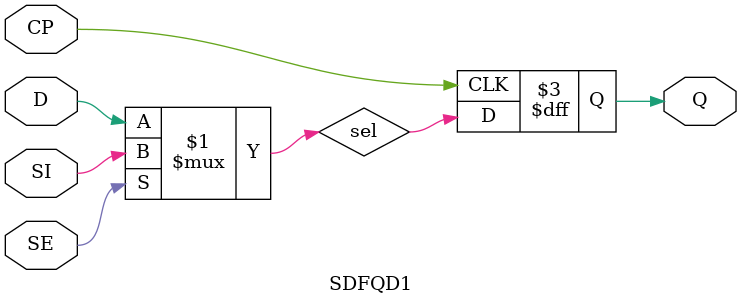
<source format=v>


module  SDFQD1 (
	 SI
	,D
	,SE
	,CP
	,Q
	);

input	 SI ;
input	 D ;
input	 SE ;
input	 CP ;
output	 Q ;
reg Q;

assign sel = SE ? SI : D;

always @(posedge CP)
begin
    Q <= sel;
end
endmodule

</source>
